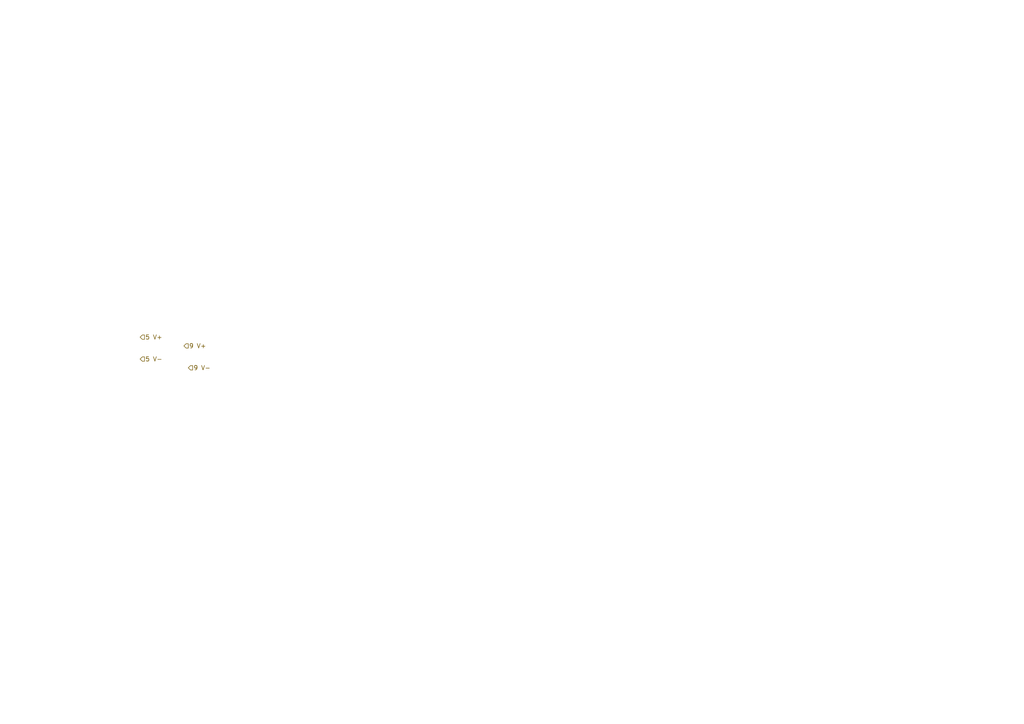
<source format=kicad_sch>
(kicad_sch
	(version 20250114)
	(generator "eeschema")
	(generator_version "9.0")
	(uuid "5d2cddca-4f2c-4e68-bc4c-0efd69ed517d")
	(paper "A4")
	(lib_symbols)
	(hierarchical_label "5 V+"
		(shape input)
		(at 40.64 97.79 0)
		(effects
			(font
				(size 1.27 1.27)
			)
			(justify left)
		)
		(uuid "11a42135-f49a-4b39-bc74-2ba7142701e6")
	)
	(hierarchical_label "9 V-"
		(shape input)
		(at 54.61 106.68 0)
		(effects
			(font
				(size 1.27 1.27)
			)
			(justify left)
		)
		(uuid "3aa1cf2a-97b5-4c74-bc13-9aba9c92ae71")
	)
	(hierarchical_label "5 V-"
		(shape input)
		(at 40.64 104.14 0)
		(effects
			(font
				(size 1.27 1.27)
			)
			(justify left)
		)
		(uuid "4d38a668-1ec8-42ac-a5a6-d3870eaebbd7")
	)
	(hierarchical_label "9 V+"
		(shape input)
		(at 53.34 100.33 0)
		(effects
			(font
				(size 1.27 1.27)
			)
			(justify left)
		)
		(uuid "bf6eccd6-1a59-4eaf-b8e4-c095321b723d")
	)
)

</source>
